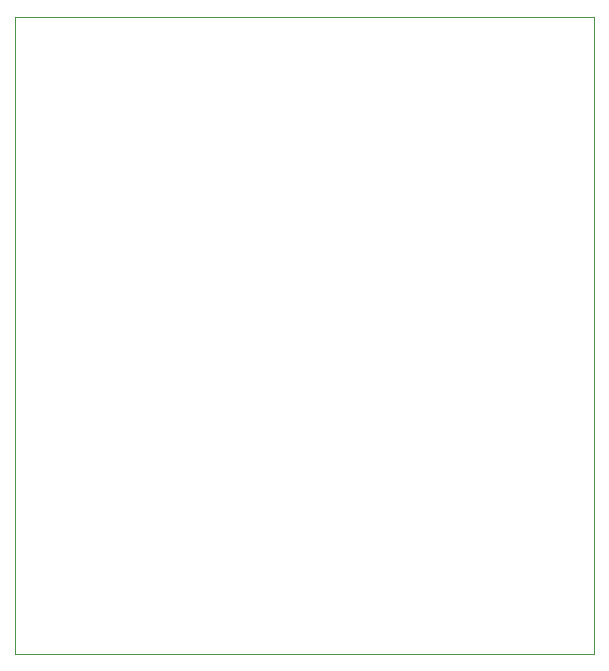
<source format=gm1>
G04 #@! TF.GenerationSoftware,KiCad,Pcbnew,(6.0.9)*
G04 #@! TF.CreationDate,2023-02-23T12:45:50+09:00*
G04 #@! TF.ProjectId,AMS_Temp_SMD,414d535f-5465-46d7-905f-534d442e6b69,rev?*
G04 #@! TF.SameCoordinates,Original*
G04 #@! TF.FileFunction,Profile,NP*
%FSLAX46Y46*%
G04 Gerber Fmt 4.6, Leading zero omitted, Abs format (unit mm)*
G04 Created by KiCad (PCBNEW (6.0.9)) date 2023-02-23 12:45:50*
%MOMM*%
%LPD*%
G01*
G04 APERTURE LIST*
G04 #@! TA.AperFunction,Profile*
%ADD10C,0.100000*%
G04 #@! TD*
G04 APERTURE END LIST*
D10*
X145000000Y-108000000D02*
X145000000Y-54000000D01*
X145000000Y-54000000D02*
X96000000Y-54000000D01*
X96000000Y-54000000D02*
X96000000Y-108000000D01*
X96000000Y-108000000D02*
X145000000Y-108000000D01*
M02*

</source>
